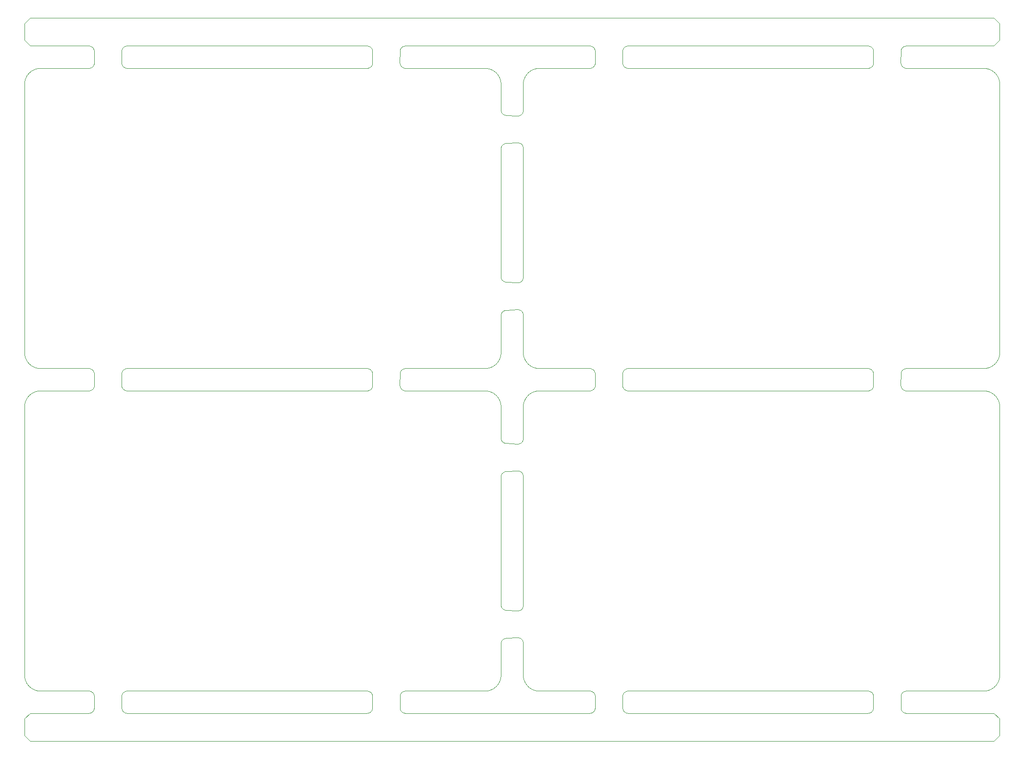
<source format=gko>
%MOIN*%
%OFA0B0*%
%FSLAX36Y36*%
%IPPOS*%
%LPD*%
%ADD10C,0*%
D10*
X003256692Y004762992D02*
X003256692Y004762992D01*
X002694979Y004762992D01*
X002691879Y004763114D01*
X002688798Y004763480D01*
X002685755Y004764087D01*
X002682770Y004764933D01*
X002679860Y004766010D01*
X002677045Y004767314D01*
X002674341Y004768835D01*
X002671765Y004770564D01*
X002669333Y004772491D01*
X002667060Y004774603D01*
X002664961Y004776888D01*
X002663048Y004779331D01*
X002661334Y004781917D01*
X002659828Y004784629D01*
X002658541Y004787453D01*
X002657480Y004790368D01*
X002656652Y004793358D01*
X002656062Y004796404D01*
X002655714Y004799487D01*
X002655609Y004802588D01*
X002656067Y004882116D01*
X002656205Y004885193D01*
X002656584Y004888249D01*
X002657200Y004891267D01*
X002658050Y004894228D01*
X002659129Y004897112D01*
X002660430Y004899904D01*
X002661945Y004902585D01*
X002663666Y004905140D01*
X002665580Y004907553D01*
X002667678Y004909808D01*
X002669945Y004911893D01*
X002672369Y004913794D01*
X002674933Y004915499D01*
X002677624Y004916999D01*
X002680423Y004918284D01*
X002683314Y004919346D01*
X002686279Y004920179D01*
X002689300Y004920778D01*
X002692359Y004921139D01*
X002695437Y004921259D01*
X003997476Y004921259D01*
X004000553Y004921139D01*
X004003612Y004920778D01*
X004006634Y004920179D01*
X004009599Y004919346D01*
X004012490Y004918284D01*
X004015289Y004916999D01*
X004017979Y004915499D01*
X004020544Y004913794D01*
X004022967Y004911893D01*
X004025234Y004909808D01*
X004027332Y004907553D01*
X004029247Y004905140D01*
X004030967Y004902585D01*
X004032483Y004899904D01*
X004033784Y004897112D01*
X004034863Y004894228D01*
X004035713Y004891267D01*
X004036329Y004888249D01*
X004036707Y004885193D01*
X004036845Y004882116D01*
X004037303Y004802588D01*
X004037198Y004799487D01*
X004036850Y004796404D01*
X004036260Y004793358D01*
X004035432Y004790368D01*
X004034371Y004787453D01*
X004033084Y004784629D01*
X004031579Y004781917D01*
X004029864Y004779331D01*
X004027951Y004776888D01*
X004025852Y004774603D01*
X004023580Y004772491D01*
X004021148Y004770564D01*
X004018572Y004768835D01*
X004015868Y004767314D01*
X004013052Y004766010D01*
X004010143Y004764933D01*
X004007157Y004764087D01*
X004004115Y004763480D01*
X004001034Y004763114D01*
X003997933Y004762992D01*
X003640944Y004762992D01*
X003638204Y004762960D01*
X003635468Y004762858D01*
X003632732Y004762692D01*
X003629999Y004762464D01*
X003627279Y004762165D01*
X003624562Y004761803D01*
X003621853Y004761374D01*
X003619161Y004760877D01*
X003616476Y004760322D01*
X003613810Y004759696D01*
X003611157Y004759007D01*
X003608523Y004758255D01*
X003605905Y004757440D01*
X003603310Y004756562D01*
X003600736Y004755622D01*
X003598188Y004754622D01*
X003595661Y004753558D01*
X003593165Y004752433D01*
X003590692Y004751248D01*
X003588251Y004750003D01*
X003585842Y004748700D01*
X003583464Y004747342D01*
X003581118Y004745925D01*
X003578807Y004744448D01*
X003576535Y004742921D01*
X003574299Y004741338D01*
X003572102Y004739700D01*
X003569944Y004738011D01*
X003567830Y004736267D01*
X003565755Y004734476D01*
X003563728Y004732633D01*
X003561744Y004730744D01*
X003559807Y004728807D01*
X003557917Y004726822D01*
X003556074Y004724795D01*
X003554283Y004722720D01*
X003552538Y004720606D01*
X003550850Y004718448D01*
X003549212Y004716252D01*
X003547629Y004714015D01*
X003546102Y004711744D01*
X003544625Y004709433D01*
X003543208Y004707086D01*
X003541850Y004704708D01*
X003540547Y004702299D01*
X003539303Y004699858D01*
X003538118Y004697385D01*
X003536992Y004694889D01*
X003535929Y004692362D01*
X003534929Y004689814D01*
X003533988Y004687240D01*
X003533109Y004684645D01*
X003532295Y004682027D01*
X003531543Y004679393D01*
X003530854Y004676740D01*
X003530228Y004674074D01*
X003529673Y004671389D01*
X003529177Y004668696D01*
X003528747Y004665988D01*
X003528385Y004663271D01*
X003528086Y004660551D01*
X003527858Y004657818D01*
X003527692Y004655082D01*
X003527590Y004652346D01*
X003527558Y004649606D01*
X003527558Y004464740D01*
X003527428Y004461538D01*
X003527038Y004458357D01*
X003526390Y004455218D01*
X003525489Y004452143D01*
X003524341Y004449151D01*
X003522953Y004446262D01*
X003521335Y004443496D01*
X003519497Y004440870D01*
X003517452Y004438403D01*
X003515213Y004436110D01*
X003512794Y004434007D01*
X003510213Y004432107D01*
X003507486Y004430424D01*
X003504631Y004428968D01*
X003501667Y004427749D01*
X003498614Y004426775D01*
X003495491Y004426053D01*
X003492320Y004425587D01*
X003489122Y004425381D01*
X003485918Y004425435D01*
X003407178Y004429984D01*
X003404214Y004430268D01*
X003401279Y004430775D01*
X003398392Y004431503D01*
X003395567Y004432447D01*
X003392822Y004433601D01*
X003390173Y004434960D01*
X003387633Y004436515D01*
X003385218Y004438258D01*
X003382942Y004440178D01*
X003380818Y004442264D01*
X003378857Y004444506D01*
X003377072Y004446889D01*
X003375471Y004449400D01*
X003374065Y004452025D01*
X003372862Y004454749D01*
X003371867Y004457555D01*
X003371088Y004460429D01*
X003370528Y004463354D01*
X003370191Y004466313D01*
X003370078Y004469289D01*
X003370078Y004649606D01*
X003370047Y004652346D01*
X003369945Y004655082D01*
X003369779Y004657818D01*
X003369551Y004660551D01*
X003369252Y004663271D01*
X003368889Y004665988D01*
X003368460Y004668696D01*
X003367964Y004671389D01*
X003367409Y004674074D01*
X003366783Y004676740D01*
X003366094Y004679393D01*
X003365342Y004682027D01*
X003364527Y004684645D01*
X003363649Y004687240D01*
X003362708Y004689814D01*
X003361708Y004692362D01*
X003360645Y004694889D01*
X003359519Y004697385D01*
X003358334Y004699858D01*
X003357090Y004702299D01*
X003355787Y004704708D01*
X003354429Y004707086D01*
X003353011Y004709433D01*
X003351535Y004711744D01*
X003350007Y004714015D01*
X003348425Y004716252D01*
X003346787Y004718448D01*
X003345098Y004720606D01*
X003343354Y004722720D01*
X003341563Y004724795D01*
X003339720Y004726822D01*
X003337830Y004728807D01*
X003335893Y004730744D01*
X003333909Y004732633D01*
X003331881Y004734476D01*
X003329807Y004736267D01*
X003327692Y004738011D01*
X003325535Y004739700D01*
X003323338Y004741338D01*
X003321102Y004742921D01*
X003318830Y004744448D01*
X003316519Y004745925D01*
X003314173Y004747342D01*
X003311795Y004748700D01*
X003309385Y004750003D01*
X003306944Y004751248D01*
X003304472Y004752433D01*
X003301976Y004753558D01*
X003299448Y004754622D01*
X003296901Y004755622D01*
X003294326Y004756562D01*
X003291732Y004757440D01*
X003289113Y004758255D01*
X003286480Y004759007D01*
X003283826Y004759696D01*
X003281161Y004760322D01*
X003278476Y004760877D01*
X003275782Y004761374D01*
X003273074Y004761803D01*
X003270358Y004762165D01*
X003267637Y004762464D01*
X003264905Y004762692D01*
X003262169Y004762858D01*
X003259432Y004762960D01*
X003256692Y004762992D01*
X003997933Y002479527D02*
X003997933Y002479527D01*
X003640944Y002479527D01*
X003638204Y002479496D01*
X003635468Y002479393D01*
X003632732Y002479228D01*
X003629999Y002478999D01*
X003627279Y002478700D01*
X003624562Y002478338D01*
X003621853Y002477909D01*
X003619161Y002477413D01*
X003616476Y002476858D01*
X003613810Y002476232D01*
X003611157Y002475543D01*
X003608523Y002474791D01*
X003605905Y002473976D01*
X003603310Y002473098D01*
X003600736Y002472157D01*
X003598188Y002471157D01*
X003595661Y002470094D01*
X003593165Y002468968D01*
X003590692Y002467783D01*
X003588251Y002466539D01*
X003585842Y002465236D01*
X003583464Y002463877D01*
X003581118Y002462460D01*
X003578807Y002460984D01*
X003576535Y002459456D01*
X003574299Y002457874D01*
X003572102Y002456236D01*
X003569944Y002454547D01*
X003567830Y002452803D01*
X003565755Y002451011D01*
X003563728Y002449169D01*
X003561744Y002447279D01*
X003559807Y002445342D01*
X003557917Y002443358D01*
X003556074Y002441330D01*
X003554283Y002439255D01*
X003552538Y002437141D01*
X003550850Y002434984D01*
X003549212Y002432787D01*
X003547629Y002430551D01*
X003546102Y002428279D01*
X003544625Y002425968D01*
X003543208Y002423622D01*
X003541850Y002421244D01*
X003540547Y002418834D01*
X003539303Y002416393D01*
X003538118Y002413921D01*
X003536992Y002411425D01*
X003535929Y002408897D01*
X003534929Y002406350D01*
X003533988Y002403775D01*
X003533109Y002401181D01*
X003532295Y002398562D01*
X003531543Y002395929D01*
X003530854Y002393275D01*
X003530228Y002390610D01*
X003529673Y002387925D01*
X003529177Y002385232D01*
X003528747Y002382523D01*
X003528385Y002379807D01*
X003528086Y002377086D01*
X003527858Y002374354D01*
X003527692Y002371618D01*
X003527590Y002368881D01*
X003527558Y002366141D01*
X003527558Y002141905D01*
X003527428Y002138703D01*
X003527038Y002135522D01*
X003526390Y002132384D01*
X003525489Y002129308D01*
X003524341Y002126316D01*
X003522953Y002123427D01*
X003521335Y002120661D01*
X003519497Y002118035D01*
X003517452Y002115568D01*
X003515213Y002113275D01*
X003512794Y002111172D01*
X003510213Y002109272D01*
X003507486Y002107589D01*
X003504631Y002106133D01*
X003501667Y002104914D01*
X003498614Y002103941D01*
X003495491Y002103219D01*
X003492320Y002102753D01*
X003489122Y002102546D01*
X003485918Y002102601D01*
X003407178Y002107149D01*
X003404214Y002107433D01*
X003401279Y002107941D01*
X003398392Y002108668D01*
X003395567Y002109612D01*
X003392822Y002110767D01*
X003390173Y002112125D01*
X003387633Y002113680D01*
X003385218Y002115423D01*
X003382942Y002117343D01*
X003380818Y002119430D01*
X003378857Y002121671D01*
X003377072Y002124054D01*
X003375471Y002126565D01*
X003374065Y002129190D01*
X003372862Y002131914D01*
X003371867Y002134721D01*
X003371088Y002137595D01*
X003370528Y002140520D01*
X003370191Y002143478D01*
X003370078Y002146454D01*
X003370078Y002366141D01*
X003370047Y002368881D01*
X003369945Y002371618D01*
X003369779Y002374354D01*
X003369551Y002377086D01*
X003369252Y002379807D01*
X003368889Y002382523D01*
X003368460Y002385232D01*
X003367964Y002387925D01*
X003367409Y002390610D01*
X003366783Y002393275D01*
X003366094Y002395929D01*
X003365342Y002398562D01*
X003364527Y002401181D01*
X003363649Y002403775D01*
X003362708Y002406350D01*
X003361708Y002408897D01*
X003360645Y002411425D01*
X003359519Y002413921D01*
X003358334Y002416393D01*
X003357090Y002418834D01*
X003355787Y002421244D01*
X003354429Y002423622D01*
X003353011Y002425968D01*
X003351535Y002428279D01*
X003350007Y002430551D01*
X003348425Y002432787D01*
X003346787Y002434984D01*
X003345098Y002437141D01*
X003343354Y002439255D01*
X003341563Y002441330D01*
X003339720Y002443358D01*
X003337830Y002445342D01*
X003335893Y002447279D01*
X003333909Y002449169D01*
X003331881Y002451011D01*
X003329807Y002452803D01*
X003327692Y002454547D01*
X003325535Y002456236D01*
X003323338Y002457874D01*
X003321102Y002459456D01*
X003318830Y002460984D01*
X003316519Y002462460D01*
X003314173Y002463877D01*
X003311795Y002465236D01*
X003309385Y002466539D01*
X003306944Y002467783D01*
X003304472Y002468968D01*
X003301976Y002470094D01*
X003299448Y002471157D01*
X003296901Y002472157D01*
X003294326Y002473098D01*
X003291732Y002473976D01*
X003289113Y002474791D01*
X003286480Y002475543D01*
X003283826Y002476232D01*
X003281161Y002476858D01*
X003278476Y002477413D01*
X003275782Y002477909D01*
X003273074Y002478338D01*
X003270358Y002478700D01*
X003267637Y002478999D01*
X003264905Y002479228D01*
X003262169Y002479393D01*
X003259432Y002479496D01*
X003256692Y002479527D01*
X002694979Y002479527D01*
X002691879Y002479649D01*
X002688798Y002480015D01*
X002685755Y002480623D01*
X002682770Y002481468D01*
X002679860Y002482546D01*
X002677045Y002483849D01*
X002674341Y002485370D01*
X002671765Y002487099D01*
X002669333Y002489026D01*
X002667060Y002491138D01*
X002664961Y002493423D01*
X002663048Y002495866D01*
X002661334Y002498452D01*
X002659828Y002501165D01*
X002658541Y002503988D01*
X002657480Y002506904D01*
X002656652Y002509894D01*
X002656062Y002512940D01*
X002655714Y002516023D01*
X002655609Y002519124D01*
X002656067Y002598651D01*
X002656205Y002601728D01*
X002656584Y002604785D01*
X002657200Y002607803D01*
X002658050Y002610763D01*
X002659129Y002613648D01*
X002660430Y002616440D01*
X002661945Y002619121D01*
X002663666Y002621676D01*
X002665580Y002624088D01*
X002667678Y002626344D01*
X002669945Y002628428D01*
X002672369Y002630329D01*
X002674933Y002632035D01*
X002677624Y002633534D01*
X002680423Y002634820D01*
X002683314Y002635882D01*
X002686279Y002636715D01*
X002689300Y002637314D01*
X002692359Y002637674D01*
X002695437Y002637795D01*
X003256692Y002637795D01*
X003259432Y002637826D01*
X003262169Y002637929D01*
X003264905Y002638094D01*
X003267637Y002638322D01*
X003270358Y002638622D01*
X003273074Y002638984D01*
X003275782Y002639413D01*
X003278476Y002639909D01*
X003281161Y002640464D01*
X003283826Y002641090D01*
X003286480Y002641779D01*
X003289113Y002642531D01*
X003291732Y002643346D01*
X003294326Y002644224D01*
X003296901Y002645165D01*
X003299448Y002646165D01*
X003301976Y002647228D01*
X003304472Y002648354D01*
X003306944Y002649539D01*
X003309385Y002650783D01*
X003311795Y002652086D01*
X003314173Y002653444D01*
X003316519Y002654862D01*
X003318830Y002656338D01*
X003321102Y002657866D01*
X003323338Y002659448D01*
X003325535Y002661086D01*
X003327692Y002662775D01*
X003329807Y002664519D01*
X003331881Y002666311D01*
X003333909Y002668153D01*
X003335893Y002670043D01*
X003337830Y002671980D01*
X003339720Y002673964D01*
X003341563Y002675992D01*
X003343354Y002678066D01*
X003345098Y002680181D01*
X003346787Y002682338D01*
X003348425Y002684535D01*
X003350007Y002686771D01*
X003351535Y002689043D01*
X003353011Y002691354D01*
X003354429Y002693700D01*
X003355787Y002696078D01*
X003357090Y002698488D01*
X003358334Y002700929D01*
X003359519Y002703401D01*
X003360645Y002705897D01*
X003361708Y002708425D01*
X003362708Y002710972D01*
X003363649Y002713547D01*
X003364527Y002716141D01*
X003365342Y002718759D01*
X003366094Y002721393D01*
X003366783Y002724047D01*
X003367409Y002726712D01*
X003367964Y002729397D01*
X003368460Y002732090D01*
X003368889Y002734799D01*
X003369252Y002737515D01*
X003369551Y002740236D01*
X003369779Y002742968D01*
X003369945Y002745704D01*
X003370047Y002748440D01*
X003370078Y002751181D01*
X003370078Y003011025D01*
X003370191Y003014001D01*
X003370528Y003016960D01*
X003371088Y003019884D01*
X003371867Y003022759D01*
X003372862Y003025565D01*
X003374065Y003028289D01*
X003375471Y003030914D01*
X003377072Y003033425D01*
X003378857Y003035808D01*
X003380818Y003038050D01*
X003382942Y003040136D01*
X003385218Y003042056D01*
X003387633Y003043799D01*
X003390173Y003045354D01*
X003392822Y003046713D01*
X003395567Y003047867D01*
X003398392Y003048811D01*
X003401279Y003049539D01*
X003404214Y003050046D01*
X003407178Y003050330D01*
X003485918Y003054878D01*
X003489122Y003054933D01*
X003492320Y003054727D01*
X003495491Y003054261D01*
X003498614Y003053539D01*
X003501667Y003052565D01*
X003504631Y003051346D01*
X003507486Y003049890D01*
X003510213Y003048207D01*
X003512794Y003046307D01*
X003515213Y003044204D01*
X003517452Y003041911D01*
X003519497Y003039444D01*
X003521335Y003036818D01*
X003522953Y003034052D01*
X003524341Y003031163D01*
X003525489Y003028171D01*
X003526390Y003025096D01*
X003527038Y003021957D01*
X003527428Y003018776D01*
X003527558Y003015574D01*
X003527558Y002751181D01*
X003527590Y002748440D01*
X003527692Y002745704D01*
X003527858Y002742968D01*
X003528086Y002740236D01*
X003528385Y002737515D01*
X003528747Y002734799D01*
X003529177Y002732090D01*
X003529673Y002729397D01*
X003530228Y002726712D01*
X003530854Y002724047D01*
X003531543Y002721393D01*
X003532295Y002718759D01*
X003533109Y002716141D01*
X003533988Y002713547D01*
X003534929Y002710972D01*
X003535929Y002708425D01*
X003536992Y002705897D01*
X003538118Y002703401D01*
X003539303Y002700929D01*
X003540547Y002698488D01*
X003541850Y002696078D01*
X003543208Y002693700D01*
X003544625Y002691354D01*
X003546102Y002689043D01*
X003547629Y002686771D01*
X003549212Y002684535D01*
X003550850Y002682338D01*
X003552538Y002680181D01*
X003554283Y002678066D01*
X003556074Y002675992D01*
X003557917Y002673964D01*
X003559807Y002671980D01*
X003561744Y002670043D01*
X003563728Y002668153D01*
X003565755Y002666311D01*
X003567830Y002664519D01*
X003569944Y002662775D01*
X003572102Y002661086D01*
X003574299Y002659448D01*
X003576535Y002657866D01*
X003578807Y002656338D01*
X003581118Y002654862D01*
X003583464Y002653444D01*
X003585842Y002652086D01*
X003588251Y002650783D01*
X003590692Y002649539D01*
X003593165Y002648354D01*
X003595661Y002647228D01*
X003598188Y002646165D01*
X003600736Y002645165D01*
X003603310Y002644224D01*
X003605905Y002643346D01*
X003608523Y002642531D01*
X003611157Y002641779D01*
X003613810Y002641090D01*
X003616476Y002640464D01*
X003619161Y002639909D01*
X003621853Y002639413D01*
X003624562Y002638984D01*
X003627279Y002638622D01*
X003629999Y002638322D01*
X003632732Y002638094D01*
X003635468Y002637929D01*
X003638204Y002637826D01*
X003640944Y002637795D01*
X003997476Y002637795D01*
X004000553Y002637674D01*
X004003612Y002637314D01*
X004006634Y002636715D01*
X004009599Y002635882D01*
X004012490Y002634820D01*
X004015289Y002633534D01*
X004017979Y002632035D01*
X004020544Y002630329D01*
X004022967Y002628428D01*
X004025234Y002626344D01*
X004027332Y002624088D01*
X004029247Y002621676D01*
X004030967Y002619121D01*
X004032483Y002616440D01*
X004033784Y002613648D01*
X004034863Y002610763D01*
X004035713Y002607803D01*
X004036329Y002604785D01*
X004036707Y002601728D01*
X004036845Y002598651D01*
X004037303Y002519124D01*
X004037198Y002516023D01*
X004036850Y002512940D01*
X004036260Y002509894D01*
X004035432Y002506904D01*
X004034371Y002503988D01*
X004033084Y002501165D01*
X004031579Y002498452D01*
X004029864Y002495866D01*
X004027951Y002493423D01*
X004025852Y002491138D01*
X004023580Y002489026D01*
X004021148Y002487099D01*
X004018572Y002485370D01*
X004015868Y002483849D01*
X004013052Y002482546D01*
X004010143Y002481468D01*
X004007157Y002480623D01*
X004004115Y002480015D01*
X004001034Y002479649D01*
X003997933Y002479527D01*
X004270240Y000196850D02*
X004270240Y000196850D01*
X004267151Y000196971D01*
X004264081Y000197335D01*
X004261049Y000197938D01*
X004258074Y000198777D01*
X004255173Y000199847D01*
X004252366Y000201141D01*
X004249669Y000202651D01*
X004247099Y000204369D01*
X004244671Y000206283D01*
X004242401Y000208381D01*
X004240302Y000210651D01*
X004238389Y000213079D01*
X004236671Y000215649D01*
X004235161Y000218346D01*
X004233867Y000221154D01*
X004232797Y000224054D01*
X004231957Y000227029D01*
X004231354Y000230061D01*
X004230991Y000233131D01*
X004230870Y000236220D01*
X004230870Y000314960D01*
X004230991Y000318049D01*
X004231354Y000321119D01*
X004231957Y000324151D01*
X004232797Y000327126D01*
X004233867Y000330026D01*
X004235161Y000332834D01*
X004236671Y000335531D01*
X004238389Y000338101D01*
X004240302Y000340529D01*
X004242401Y000342799D01*
X004244671Y000344897D01*
X004247099Y000346811D01*
X004249669Y000348529D01*
X004252366Y000350039D01*
X004255173Y000351333D01*
X004258074Y000352403D01*
X004261049Y000353242D01*
X004264081Y000353845D01*
X004267151Y000354209D01*
X004270240Y000354330D01*
X005965980Y000354330D01*
X005969069Y000354209D01*
X005972139Y000353845D01*
X005975171Y000353242D01*
X005978146Y000352403D01*
X005981046Y000351333D01*
X005983853Y000350039D01*
X005986551Y000348529D01*
X005989121Y000346811D01*
X005991549Y000344897D01*
X005993819Y000342799D01*
X005995917Y000340529D01*
X005997831Y000338101D01*
X005999548Y000335531D01*
X006001059Y000332834D01*
X006002353Y000330026D01*
X006003423Y000327126D01*
X006004262Y000324151D01*
X006004865Y000321119D01*
X006005228Y000318049D01*
X006005350Y000314960D01*
X006005350Y000236220D01*
X006005228Y000233131D01*
X006004865Y000230061D01*
X006004262Y000227029D01*
X006003423Y000224054D01*
X006002353Y000221154D01*
X006001059Y000218346D01*
X005999548Y000215649D01*
X005997831Y000213079D01*
X005995917Y000210651D01*
X005993819Y000208381D01*
X005991549Y000206283D01*
X005989121Y000204369D01*
X005986551Y000202651D01*
X005983853Y000201141D01*
X005981046Y000199847D01*
X005978146Y000198777D01*
X005975171Y000197938D01*
X005972139Y000197335D01*
X005969069Y000196971D01*
X005965980Y000196850D01*
X004270240Y000196850D01*
X002695437Y000196850D02*
X002695437Y000196850D01*
X002692348Y000196971D01*
X002689278Y000197335D01*
X002686246Y000197938D01*
X002683271Y000198777D01*
X002680370Y000199847D01*
X002677563Y000201141D01*
X002674866Y000202651D01*
X002672295Y000204369D01*
X002669868Y000206283D01*
X002667598Y000208381D01*
X002665499Y000210651D01*
X002663586Y000213079D01*
X002661868Y000215649D01*
X002660358Y000218346D01*
X002659063Y000221154D01*
X002657993Y000224054D01*
X002657154Y000227029D01*
X002656551Y000230061D01*
X002656188Y000233131D01*
X002656066Y000236220D01*
X002656066Y000314960D01*
X002656188Y000318049D01*
X002656551Y000321119D01*
X002657154Y000324151D01*
X002657993Y000327126D01*
X002659063Y000330026D01*
X002660358Y000332834D01*
X002661868Y000335531D01*
X002663586Y000338101D01*
X002665499Y000340529D01*
X002667598Y000342799D01*
X002669868Y000344897D01*
X002672295Y000346811D01*
X002674866Y000348529D01*
X002677563Y000350039D01*
X002680370Y000351333D01*
X002683271Y000352403D01*
X002686246Y000353242D01*
X002689278Y000353845D01*
X002692348Y000354209D01*
X002695437Y000354330D01*
X003256692Y000354330D01*
X003259432Y000354362D01*
X003262169Y000354464D01*
X003264905Y000354629D01*
X003267637Y000354858D01*
X003270358Y000355157D01*
X003273074Y000355519D01*
X003275782Y000355948D01*
X003278476Y000356444D01*
X003281161Y000357000D01*
X003283826Y000357625D01*
X003286480Y000358314D01*
X003289113Y000359066D01*
X003291732Y000359881D01*
X003294326Y000360759D01*
X003296901Y000361700D01*
X003299448Y000362700D01*
X003301976Y000363763D01*
X003304472Y000364889D01*
X003306944Y000366074D01*
X003309385Y000367318D01*
X003311795Y000368622D01*
X003314173Y000369980D01*
X003316519Y000371397D01*
X003318830Y000372874D01*
X003321102Y000374401D01*
X003323338Y000375984D01*
X003325535Y000377622D01*
X003327692Y000379310D01*
X003329807Y000381055D01*
X003331881Y000382846D01*
X003333909Y000384688D01*
X003335893Y000386578D01*
X003337830Y000388515D01*
X003339720Y000390499D01*
X003341563Y000392527D01*
X003343354Y000394601D01*
X003345098Y000396716D01*
X003346787Y000398874D01*
X003348425Y000401070D01*
X003350007Y000403307D01*
X003351535Y000405578D01*
X003353011Y000407889D01*
X003354429Y000410236D01*
X003355787Y000412614D01*
X003357090Y000415023D01*
X003358334Y000417464D01*
X003359519Y000419937D01*
X003360645Y000422433D01*
X003361708Y000424960D01*
X003362708Y000427507D01*
X003363649Y000430082D01*
X003364527Y000432677D01*
X003365342Y000435295D01*
X003366094Y000437929D01*
X003366783Y000440582D01*
X003367409Y000443248D01*
X003367964Y000445933D01*
X003368460Y000448625D01*
X003368889Y000451334D01*
X003369252Y000454051D01*
X003369551Y000456771D01*
X003369779Y000459503D01*
X003369945Y000462240D01*
X003370047Y000464976D01*
X003370078Y000467716D01*
X003370078Y000688191D01*
X003370191Y000691166D01*
X003370528Y000694125D01*
X003371088Y000697050D01*
X003371867Y000699924D01*
X003372862Y000702731D01*
X003374065Y000705455D01*
X003375471Y000708079D01*
X003377072Y000710591D01*
X003378857Y000712974D01*
X003380818Y000715215D01*
X003382942Y000717302D01*
X003385218Y000719222D01*
X003387633Y000720964D01*
X003390173Y000722519D01*
X003392822Y000723878D01*
X003395567Y000725033D01*
X003398392Y000725976D01*
X003401279Y000726704D01*
X003404214Y000727211D01*
X003407178Y000727495D01*
X003485918Y000732044D01*
X003489122Y000732098D01*
X003492320Y000731892D01*
X003495491Y000731426D01*
X003498614Y000730704D01*
X003501667Y000729730D01*
X003504631Y000728511D01*
X003507486Y000727056D01*
X003510213Y000725372D01*
X003512794Y000723473D01*
X003515213Y000721370D01*
X003517452Y000719077D01*
X003519497Y000716609D01*
X003521335Y000713984D01*
X003522953Y000711217D01*
X003524341Y000708329D01*
X003525489Y000705337D01*
X003526390Y000702261D01*
X003527038Y000699122D01*
X003527428Y000695941D01*
X003527558Y000692739D01*
X003527558Y000467716D01*
X003527590Y000464976D01*
X003527692Y000462240D01*
X003527858Y000459503D01*
X003528086Y000456771D01*
X003528385Y000454051D01*
X003528747Y000451334D01*
X003529177Y000448625D01*
X003529673Y000445933D01*
X003530228Y000443248D01*
X003530854Y000440582D01*
X003531543Y000437929D01*
X003532295Y000435295D01*
X003533109Y000432677D01*
X003533988Y000430082D01*
X003534929Y000427507D01*
X003535929Y000424960D01*
X003536992Y000422433D01*
X003538118Y000419937D01*
X003539303Y000417464D01*
X003540547Y000415023D01*
X003541850Y000412614D01*
X003543208Y000410236D01*
X003544625Y000407889D01*
X003546102Y000405578D01*
X003547629Y000403307D01*
X003549212Y000401070D01*
X003550850Y000398874D01*
X003552538Y000396716D01*
X003554283Y000394601D01*
X003556074Y000392527D01*
X003557917Y000390499D01*
X003559807Y000388515D01*
X003561744Y000386578D01*
X003563728Y000384688D01*
X003565755Y000382846D01*
X003567830Y000381055D01*
X003569944Y000379310D01*
X003572102Y000377622D01*
X003574299Y000375984D01*
X003576535Y000374401D01*
X003578807Y000372874D01*
X003581118Y000371397D01*
X003583464Y000369980D01*
X003585842Y000368622D01*
X003588251Y000367318D01*
X003590692Y000366074D01*
X003593165Y000364889D01*
X003595661Y000363763D01*
X003598188Y000362700D01*
X003600736Y000361700D01*
X003603310Y000360759D01*
X003605905Y000359881D01*
X003608523Y000359066D01*
X003611157Y000358314D01*
X003613810Y000357625D01*
X003616476Y000357000D01*
X003619161Y000356444D01*
X003621853Y000355948D01*
X003624562Y000355519D01*
X003627279Y000355157D01*
X003629999Y000354858D01*
X003632732Y000354629D01*
X003635468Y000354464D01*
X003638204Y000354362D01*
X003640944Y000354330D01*
X003997476Y000354330D01*
X004000565Y000354209D01*
X004003635Y000353845D01*
X004006667Y000353242D01*
X004009642Y000352403D01*
X004012542Y000351333D01*
X004015349Y000350039D01*
X004018047Y000348529D01*
X004020617Y000346811D01*
X004023045Y000344897D01*
X004025315Y000342799D01*
X004027413Y000340529D01*
X004029327Y000338101D01*
X004031044Y000335531D01*
X004032555Y000332834D01*
X004033849Y000330026D01*
X004034919Y000327126D01*
X004035758Y000324151D01*
X004036361Y000321119D01*
X004036725Y000318049D01*
X004036846Y000314960D01*
X004036846Y000236220D01*
X004036725Y000233131D01*
X004036361Y000230061D01*
X004035758Y000227029D01*
X004034919Y000224054D01*
X004033849Y000221154D01*
X004032555Y000218346D01*
X004031044Y000215649D01*
X004029327Y000213079D01*
X004027413Y000210651D01*
X004025315Y000208381D01*
X004023045Y000206283D01*
X004020617Y000204369D01*
X004018047Y000202651D01*
X004015349Y000201141D01*
X004012542Y000199847D01*
X004009642Y000198777D01*
X004006667Y000197938D01*
X004003635Y000197335D01*
X004000565Y000196971D01*
X003997476Y000196850D01*
X002695437Y000196850D01*
X000726933Y000196850D02*
X000726933Y000196850D01*
X000723844Y000196971D01*
X000720774Y000197335D01*
X000717742Y000197938D01*
X000714767Y000198777D01*
X000711866Y000199847D01*
X000709059Y000201141D01*
X000706362Y000202651D01*
X000703791Y000204369D01*
X000701364Y000206283D01*
X000699094Y000208381D01*
X000696995Y000210651D01*
X000695082Y000213079D01*
X000693364Y000215649D01*
X000691854Y000218346D01*
X000690559Y000221154D01*
X000689489Y000224054D01*
X000688650Y000227029D01*
X000688047Y000230061D01*
X000687684Y000233131D01*
X000687563Y000236220D01*
X000687563Y000314960D01*
X000687684Y000318049D01*
X000688047Y000321119D01*
X000688650Y000324151D01*
X000689489Y000327126D01*
X000690559Y000330026D01*
X000691854Y000332834D01*
X000693364Y000335531D01*
X000695082Y000338101D01*
X000696995Y000340529D01*
X000699094Y000342799D01*
X000701364Y000344897D01*
X000703791Y000346811D01*
X000706362Y000348529D01*
X000709059Y000350039D01*
X000711866Y000351333D01*
X000714767Y000352403D01*
X000717742Y000353242D01*
X000720774Y000353845D01*
X000723844Y000354209D01*
X000726933Y000354330D01*
X002422673Y000354330D01*
X002425762Y000354209D01*
X002428832Y000353845D01*
X002431863Y000353242D01*
X002434839Y000352403D01*
X002437739Y000351333D01*
X002440546Y000350039D01*
X002443243Y000348529D01*
X002445814Y000346811D01*
X002448241Y000344897D01*
X002450512Y000342799D01*
X002452610Y000340529D01*
X002454524Y000338101D01*
X002456241Y000335531D01*
X002457752Y000332834D01*
X002459046Y000330026D01*
X002460116Y000327126D01*
X002460955Y000324151D01*
X002461558Y000321119D01*
X002461921Y000318049D01*
X002462043Y000314960D01*
X002462043Y000236220D01*
X002461921Y000233131D01*
X002461558Y000230061D01*
X002460955Y000227029D01*
X002460116Y000224054D01*
X002459046Y000221154D01*
X002457752Y000218346D01*
X002456241Y000215649D01*
X002454524Y000213079D01*
X002452610Y000210651D01*
X002450512Y000208381D01*
X002448241Y000206283D01*
X002445814Y000204369D01*
X002443243Y000202651D01*
X002440546Y000201141D01*
X002437739Y000199847D01*
X002434839Y000198777D01*
X002431863Y000197938D01*
X002428832Y000197335D01*
X002425762Y000196971D01*
X002422673Y000196850D01*
X000726933Y000196850D01*
X003370078Y001869293D02*
X003370078Y001869293D01*
X003370191Y001872269D01*
X003370528Y001875227D01*
X003371088Y001878152D01*
X003371867Y001881026D01*
X003372862Y001883833D01*
X003374065Y001886557D01*
X003375471Y001889182D01*
X003377072Y001891693D01*
X003378857Y001894076D01*
X003380818Y001896317D01*
X003382942Y001898404D01*
X003385218Y001900324D01*
X003387633Y001902067D01*
X003390173Y001903622D01*
X003392822Y001904980D01*
X003395567Y001906135D01*
X003398392Y001907079D01*
X003401279Y001907806D01*
X003404214Y001908314D01*
X003407178Y001908598D01*
X003485918Y001913146D01*
X003489122Y001913201D01*
X003492320Y001912994D01*
X003495491Y001912528D01*
X003498614Y001911806D01*
X003501667Y001910833D01*
X003504631Y001909614D01*
X003507486Y001908158D01*
X003510213Y001906475D01*
X003512794Y001904575D01*
X003515213Y001902472D01*
X003517452Y001900179D01*
X003519497Y001897712D01*
X003521335Y001895086D01*
X003522953Y001892320D01*
X003524341Y001889431D01*
X003525489Y001886439D01*
X003526390Y001883363D01*
X003527038Y001880225D01*
X003527428Y001877044D01*
X003527558Y001873842D01*
X003527558Y000960803D01*
X003527428Y000957601D01*
X003527038Y000954420D01*
X003526390Y000951281D01*
X003525489Y000948206D01*
X003524341Y000945214D01*
X003522953Y000942325D01*
X003521335Y000939559D01*
X003519497Y000936933D01*
X003517452Y000934466D01*
X003515213Y000932173D01*
X003512794Y000930070D01*
X003510213Y000928170D01*
X003507486Y000926487D01*
X003504631Y000925031D01*
X003501667Y000923812D01*
X003498614Y000922838D01*
X003495491Y000922116D01*
X003492320Y000921650D01*
X003489122Y000921444D01*
X003485918Y000921498D01*
X003407178Y000926047D01*
X003404214Y000926331D01*
X003401279Y000926838D01*
X003398392Y000927566D01*
X003395567Y000928510D01*
X003392822Y000929664D01*
X003390173Y000931023D01*
X003387633Y000932578D01*
X003385218Y000934321D01*
X003382942Y000936241D01*
X003380818Y000938327D01*
X003378857Y000940569D01*
X003377072Y000942952D01*
X003375471Y000945463D01*
X003374065Y000948088D01*
X003372862Y000950812D01*
X003371867Y000953618D01*
X003371088Y000956492D01*
X003370528Y000959417D01*
X003370191Y000962376D01*
X003370078Y000965352D01*
X003370078Y001869293D01*
X004269782Y002479527D02*
X004269782Y002479527D01*
X004266682Y002479649D01*
X004263601Y002480015D01*
X004260558Y002480623D01*
X004257573Y002481468D01*
X004254663Y002482546D01*
X004251848Y002483849D01*
X004249144Y002485370D01*
X004246568Y002487099D01*
X004244136Y002489026D01*
X004241863Y002491138D01*
X004239764Y002493423D01*
X004237851Y002495866D01*
X004236137Y002498452D01*
X004234631Y002501165D01*
X004233344Y002503988D01*
X004232283Y002506904D01*
X004231455Y002509894D01*
X004230865Y002512940D01*
X004230517Y002516023D01*
X004230413Y002519124D01*
X004230870Y002598651D01*
X004231008Y002601728D01*
X004231387Y002604785D01*
X004232003Y002607803D01*
X004232853Y002610763D01*
X004233932Y002613648D01*
X004235233Y002616440D01*
X004236748Y002619121D01*
X004238469Y002621676D01*
X004240384Y002624088D01*
X004242481Y002626344D01*
X004244749Y002628428D01*
X004247172Y002630329D01*
X004249737Y002632035D01*
X004252427Y002633534D01*
X004255226Y002634820D01*
X004258117Y002635882D01*
X004261082Y002636715D01*
X004264103Y002637314D01*
X004267162Y002637674D01*
X004270240Y002637795D01*
X005965980Y002637795D01*
X005969057Y002637674D01*
X005972116Y002637314D01*
X005975137Y002636715D01*
X005978103Y002635882D01*
X005980994Y002634820D01*
X005983793Y002633534D01*
X005986483Y002632035D01*
X005989048Y002630329D01*
X005991471Y002628428D01*
X005993738Y002626344D01*
X005995836Y002624088D01*
X005997751Y002621676D01*
X005999471Y002619121D01*
X006000986Y002616440D01*
X006002288Y002613648D01*
X006003367Y002610763D01*
X006004217Y002607803D01*
X006004833Y002604785D01*
X006005211Y002601728D01*
X006005349Y002598651D01*
X006005807Y002519124D01*
X006005702Y002516023D01*
X006005354Y002512940D01*
X006004764Y002509894D01*
X006003936Y002506904D01*
X006002875Y002503988D01*
X006001588Y002501165D01*
X006000083Y002498452D01*
X005998368Y002495866D01*
X005996455Y002493423D01*
X005994356Y002491138D01*
X005992084Y002489026D01*
X005989652Y002487099D01*
X005987076Y002485370D01*
X005984372Y002483849D01*
X005981556Y002482546D01*
X005978647Y002481468D01*
X005975661Y002480623D01*
X005972619Y002480015D01*
X005969538Y002479649D01*
X005966437Y002479527D01*
X004269782Y002479527D01*
X000726475Y002479527D02*
X000726475Y002479527D01*
X000723375Y002479649D01*
X000720294Y002480015D01*
X000717251Y002480623D01*
X000714266Y002481468D01*
X000711356Y002482546D01*
X000708541Y002483849D01*
X000705837Y002485370D01*
X000703261Y002487099D01*
X000700829Y002489026D01*
X000698556Y002491138D01*
X000696457Y002493423D01*
X000694544Y002495866D01*
X000692830Y002498452D01*
X000691324Y002501165D01*
X000690037Y002503988D01*
X000688976Y002506904D01*
X000688148Y002509894D01*
X000687558Y002512940D01*
X000687210Y002516023D01*
X000687106Y002519124D01*
X000687563Y002598651D01*
X000687701Y002601728D01*
X000688080Y002604785D01*
X000688696Y002607803D01*
X000689546Y002610763D01*
X000690625Y002613648D01*
X000691926Y002616440D01*
X000693441Y002619121D01*
X000695162Y002621676D01*
X000697076Y002624088D01*
X000699174Y002626344D01*
X000701441Y002628428D01*
X000703865Y002630329D01*
X000706429Y002632035D01*
X000709120Y002633534D01*
X000711919Y002634820D01*
X000714810Y002635882D01*
X000717775Y002636715D01*
X000720796Y002637314D01*
X000723855Y002637674D01*
X000726933Y002637795D01*
X002422673Y002637795D01*
X002425750Y002637674D01*
X002428809Y002637314D01*
X002431830Y002636715D01*
X002434796Y002635882D01*
X002437687Y002634820D01*
X002440486Y002633534D01*
X002443176Y002632035D01*
X002445740Y002630329D01*
X002448164Y002628428D01*
X002450431Y002626344D01*
X002452529Y002624088D01*
X002454444Y002621676D01*
X002456164Y002619121D01*
X002457679Y002616440D01*
X002458981Y002613648D01*
X002460059Y002610763D01*
X002460910Y002607803D01*
X002461526Y002604785D01*
X002461904Y002601728D01*
X002462042Y002598651D01*
X002462500Y002519124D01*
X002462395Y002516023D01*
X002462047Y002512940D01*
X002461457Y002509894D01*
X002460629Y002506904D01*
X002459568Y002503988D01*
X002458281Y002501165D01*
X002456776Y002498452D01*
X002455061Y002495866D01*
X002453148Y002493423D01*
X002451049Y002491138D01*
X002448777Y002489026D01*
X002446345Y002487099D01*
X002443769Y002485370D01*
X002441064Y002483849D01*
X002438249Y002482546D01*
X002435339Y002481468D01*
X002432354Y002480623D01*
X002429312Y002480015D01*
X002426231Y002479649D01*
X002423130Y002479527D01*
X000726475Y002479527D01*
X003370078Y004192128D02*
X003370078Y004192128D01*
X003370191Y004195103D01*
X003370528Y004198062D01*
X003371088Y004200987D01*
X003371867Y004203861D01*
X003372862Y004206668D01*
X003374065Y004209392D01*
X003375471Y004212016D01*
X003377072Y004214528D01*
X003378857Y004216911D01*
X003380818Y004219152D01*
X003382942Y004221239D01*
X003385218Y004223159D01*
X003387633Y004224901D01*
X003390173Y004226456D01*
X003392822Y004227815D01*
X003395567Y004228970D01*
X003398392Y004229913D01*
X003401279Y004230641D01*
X003404214Y004231148D01*
X003407178Y004231432D01*
X003485918Y004235981D01*
X003489122Y004236035D01*
X003492320Y004235829D01*
X003495491Y004235363D01*
X003498614Y004234641D01*
X003501667Y004233667D01*
X003504631Y004232448D01*
X003507486Y004230993D01*
X003510213Y004229309D01*
X003512794Y004227410D01*
X003515213Y004225307D01*
X003517452Y004223014D01*
X003519497Y004220546D01*
X003521335Y004217921D01*
X003522953Y004215154D01*
X003524341Y004212266D01*
X003525489Y004209274D01*
X003526390Y004206198D01*
X003527038Y004203059D01*
X003527428Y004199878D01*
X003527558Y004196676D01*
X003527558Y003283638D01*
X003527428Y003280436D01*
X003527038Y003277255D01*
X003526390Y003274116D01*
X003525489Y003271040D01*
X003524341Y003268048D01*
X003522953Y003265160D01*
X003521335Y003262393D01*
X003519497Y003259768D01*
X003517452Y003257300D01*
X003515213Y003255007D01*
X003512794Y003252904D01*
X003510213Y003251005D01*
X003507486Y003249321D01*
X003504631Y003247866D01*
X003501667Y003246647D01*
X003498614Y003245673D01*
X003495491Y003244951D01*
X003492320Y003244485D01*
X003489122Y003244279D01*
X003485918Y003244333D01*
X003407178Y003248882D01*
X003404214Y003249166D01*
X003401279Y003249673D01*
X003398392Y003250401D01*
X003395567Y003251344D01*
X003392822Y003252499D01*
X003390173Y003253858D01*
X003387633Y003255413D01*
X003385218Y003257155D01*
X003382942Y003259075D01*
X003380818Y003261162D01*
X003378857Y003263403D01*
X003377072Y003265786D01*
X003375471Y003268297D01*
X003374065Y003270922D01*
X003372862Y003273646D01*
X003371867Y003276453D01*
X003371088Y003279327D01*
X003370528Y003282252D01*
X003370191Y003285211D01*
X003370078Y003288186D01*
X003370078Y004192128D01*
X004269782Y004762992D02*
X004269782Y004762992D01*
X004266682Y004763114D01*
X004263601Y004763480D01*
X004260558Y004764087D01*
X004257573Y004764933D01*
X004254663Y004766010D01*
X004251848Y004767314D01*
X004249144Y004768835D01*
X004246568Y004770564D01*
X004244136Y004772491D01*
X004241863Y004774603D01*
X004239764Y004776888D01*
X004237851Y004779331D01*
X004236137Y004781917D01*
X004234631Y004784629D01*
X004233344Y004787453D01*
X004232283Y004790368D01*
X004231455Y004793358D01*
X004230865Y004796404D01*
X004230517Y004799487D01*
X004230413Y004802588D01*
X004230870Y004882116D01*
X004231008Y004885193D01*
X004231387Y004888249D01*
X004232003Y004891267D01*
X004232853Y004894228D01*
X004233932Y004897112D01*
X004235233Y004899904D01*
X004236748Y004902585D01*
X004238469Y004905140D01*
X004240384Y004907553D01*
X004242481Y004909808D01*
X004244749Y004911893D01*
X004247172Y004913794D01*
X004249737Y004915499D01*
X004252427Y004916999D01*
X004255226Y004918284D01*
X004258117Y004919346D01*
X004261082Y004920179D01*
X004264103Y004920778D01*
X004267162Y004921139D01*
X004270240Y004921259D01*
X005965980Y004921259D01*
X005969057Y004921139D01*
X005972116Y004920778D01*
X005975137Y004920179D01*
X005978103Y004919346D01*
X005980994Y004918284D01*
X005983793Y004916999D01*
X005986483Y004915499D01*
X005989048Y004913794D01*
X005991471Y004911893D01*
X005993738Y004909808D01*
X005995836Y004907553D01*
X005997751Y004905140D01*
X005999471Y004902585D01*
X006000986Y004899904D01*
X006002288Y004897112D01*
X006003367Y004894228D01*
X006004217Y004891267D01*
X006004833Y004888249D01*
X006005211Y004885193D01*
X006005349Y004882116D01*
X006005807Y004802588D01*
X006005702Y004799487D01*
X006005354Y004796404D01*
X006004764Y004793358D01*
X006003936Y004790368D01*
X006002875Y004787453D01*
X006001588Y004784629D01*
X006000083Y004781917D01*
X005998368Y004779331D01*
X005996455Y004776888D01*
X005994356Y004774603D01*
X005992084Y004772491D01*
X005989652Y004770564D01*
X005987076Y004768835D01*
X005984372Y004767314D01*
X005981556Y004766010D01*
X005978647Y004764933D01*
X005975661Y004764087D01*
X005972619Y004763480D01*
X005969538Y004763114D01*
X005966437Y004762992D01*
X004269782Y004762992D01*
X000726475Y004762992D02*
X000726475Y004762992D01*
X000723375Y004763114D01*
X000720294Y004763480D01*
X000717251Y004764087D01*
X000714266Y004764933D01*
X000711356Y004766010D01*
X000708541Y004767314D01*
X000705837Y004768835D01*
X000703261Y004770564D01*
X000700829Y004772491D01*
X000698556Y004774603D01*
X000696457Y004776888D01*
X000694544Y004779331D01*
X000692830Y004781917D01*
X000691324Y004784629D01*
X000690037Y004787453D01*
X000688976Y004790368D01*
X000688148Y004793358D01*
X000687558Y004796404D01*
X000687210Y004799487D01*
X000687106Y004802588D01*
X000687563Y004882116D01*
X000687701Y004885193D01*
X000688080Y004888249D01*
X000688696Y004891267D01*
X000689546Y004894228D01*
X000690625Y004897112D01*
X000691926Y004899904D01*
X000693441Y004902585D01*
X000695162Y004905140D01*
X000697076Y004907553D01*
X000699174Y004909808D01*
X000701441Y004911893D01*
X000703865Y004913794D01*
X000706429Y004915499D01*
X000709120Y004916999D01*
X000711919Y004918284D01*
X000714810Y004919346D01*
X000717775Y004920179D01*
X000720796Y004920778D01*
X000723855Y004921139D01*
X000726933Y004921259D01*
X002422673Y004921259D01*
X002425750Y004921139D01*
X002428809Y004920778D01*
X002431830Y004920179D01*
X002434796Y004919346D01*
X002437687Y004918284D01*
X002440486Y004916999D01*
X002443176Y004915499D01*
X002445740Y004913794D01*
X002448164Y004911893D01*
X002450431Y004909808D01*
X002452529Y004907553D01*
X002454444Y004905140D01*
X002456164Y004902585D01*
X002457679Y004899904D01*
X002458981Y004897112D01*
X002460059Y004894228D01*
X002460910Y004891267D01*
X002461526Y004888249D01*
X002461904Y004885193D01*
X002462042Y004882116D01*
X002462500Y004802588D01*
X002462395Y004799487D01*
X002462047Y004796404D01*
X002461457Y004793358D01*
X002460629Y004790368D01*
X002459568Y004787453D01*
X002458281Y004784629D01*
X002456776Y004781917D01*
X002455061Y004779331D01*
X002453148Y004776888D01*
X002451049Y004774603D01*
X002448777Y004772491D01*
X002446345Y004770564D01*
X002443769Y004768835D01*
X002441064Y004767314D01*
X002438249Y004766010D01*
X002435339Y004764933D01*
X002432354Y004764087D01*
X002429312Y004763480D01*
X002426231Y004763114D01*
X002423130Y004762992D01*
X000726475Y004762992D01*
X000454169Y004921259D02*
X000454169Y004921259D01*
X000457246Y004921139D01*
X000460305Y004920778D01*
X000463326Y004920179D01*
X000466292Y004919346D01*
X000469183Y004918284D01*
X000471982Y004916999D01*
X000474672Y004915499D01*
X000477237Y004913794D01*
X000479660Y004911893D01*
X000481927Y004909808D01*
X000484025Y004907553D01*
X000485940Y004905140D01*
X000487660Y004902585D01*
X000489175Y004899904D01*
X000490477Y004897112D01*
X000491555Y004894228D01*
X000492406Y004891267D01*
X000493022Y004888249D01*
X000493400Y004885193D01*
X000493538Y004882116D01*
X000493996Y004802588D01*
X000493891Y004799487D01*
X000493543Y004796404D01*
X000492953Y004793358D01*
X000492125Y004790368D01*
X000491064Y004787453D01*
X000489777Y004784629D01*
X000488272Y004781917D01*
X000486557Y004779331D01*
X000484644Y004776888D01*
X000482545Y004774603D01*
X000480273Y004772491D01*
X000477841Y004770564D01*
X000475265Y004768835D01*
X000472561Y004767314D01*
X000469745Y004766010D01*
X000466835Y004764933D01*
X000463850Y004764087D01*
X000460808Y004763480D01*
X000457727Y004763114D01*
X000454626Y004762992D01*
X000113385Y004762992D01*
X000110645Y004762960D01*
X000107909Y004762858D01*
X000105173Y004762692D01*
X000102440Y004762464D01*
X000099720Y004762165D01*
X000097003Y004761803D01*
X000094294Y004761374D01*
X000091602Y004760877D01*
X000088917Y004760322D01*
X000086251Y004759696D01*
X000083598Y004759007D01*
X000080964Y004758255D01*
X000078346Y004757440D01*
X000075751Y004756562D01*
X000073177Y004755622D01*
X000070629Y004754622D01*
X000068102Y004753558D01*
X000065606Y004752433D01*
X000063133Y004751248D01*
X000060692Y004750003D01*
X000058283Y004748700D01*
X000055905Y004747342D01*
X000053559Y004745925D01*
X000051248Y004744448D01*
X000048976Y004742921D01*
X000046740Y004741338D01*
X000044543Y004739700D01*
X000042385Y004738011D01*
X000040271Y004736267D01*
X000038196Y004734476D01*
X000036169Y004732633D01*
X000034185Y004730744D01*
X000032248Y004728807D01*
X000030358Y004726822D01*
X000028515Y004724795D01*
X000026724Y004722720D01*
X000024979Y004720606D01*
X000023291Y004718448D01*
X000021653Y004716252D01*
X000020070Y004714015D01*
X000018543Y004711744D01*
X000017066Y004709433D01*
X000015649Y004707086D01*
X000014291Y004704708D01*
X000012988Y004702299D01*
X000011744Y004699858D01*
X000010559Y004697385D01*
X000009433Y004694889D01*
X000008370Y004692362D01*
X000007370Y004689814D01*
X000006429Y004687240D01*
X000005550Y004684645D01*
X000004736Y004682027D01*
X000003984Y004679393D01*
X000003295Y004676740D01*
X000002669Y004674074D01*
X000002114Y004671389D01*
X000001618Y004668696D01*
X000001188Y004665988D01*
X000000826Y004663271D01*
X000000527Y004660551D01*
X000000299Y004657818D01*
X000000133Y004655082D01*
X000000031Y004652346D01*
X000000000Y004649606D01*
X000000000Y002751181D01*
X000000031Y002748440D01*
X000000133Y002745704D01*
X000000299Y002742968D01*
X000000527Y002740236D01*
X000000826Y002737515D01*
X000001188Y002734799D01*
X000001618Y002732090D01*
X000002114Y002729397D01*
X000002669Y002726712D01*
X000003295Y002724047D01*
X000003984Y002721393D01*
X000004736Y002718759D01*
X000005550Y002716141D01*
X000006429Y002713547D01*
X000007370Y002710972D01*
X000008370Y002708425D01*
X000009433Y002705897D01*
X000010559Y002703401D01*
X000011744Y002700929D01*
X000012988Y002698488D01*
X000014291Y002696078D01*
X000015649Y002693700D01*
X000017066Y002691354D01*
X000018543Y002689043D01*
X000020070Y002686771D01*
X000021653Y002684535D01*
X000023291Y002682338D01*
X000024979Y002680181D01*
X000026724Y002678066D01*
X000028515Y002675992D01*
X000030358Y002673964D01*
X000032248Y002671980D01*
X000034185Y002670043D01*
X000036169Y002668153D01*
X000038196Y002666311D01*
X000040271Y002664519D01*
X000042385Y002662775D01*
X000044543Y002661086D01*
X000046740Y002659448D01*
X000048976Y002657866D01*
X000051248Y002656338D01*
X000053559Y002654862D01*
X000055905Y002653444D01*
X000058283Y002652086D01*
X000060692Y002650783D01*
X000063133Y002649539D01*
X000065606Y002648354D01*
X000068102Y002647228D01*
X000070629Y002646165D01*
X000073177Y002645165D01*
X000075751Y002644224D01*
X000078346Y002643346D01*
X000080964Y002642531D01*
X000083598Y002641779D01*
X000086251Y002641090D01*
X000088917Y002640464D01*
X000091602Y002639909D01*
X000094294Y002639413D01*
X000097003Y002638984D01*
X000099720Y002638622D01*
X000102440Y002638322D01*
X000105173Y002638094D01*
X000107909Y002637929D01*
X000110645Y002637826D01*
X000113385Y002637795D01*
X000454169Y002637795D01*
X000457246Y002637674D01*
X000460305Y002637314D01*
X000463326Y002636715D01*
X000466292Y002635882D01*
X000469183Y002634820D01*
X000471982Y002633534D01*
X000474672Y002632035D01*
X000477237Y002630329D01*
X000479660Y002628428D01*
X000481927Y002626344D01*
X000484025Y002624088D01*
X000485940Y002621676D01*
X000487660Y002619121D01*
X000489175Y002616440D01*
X000490477Y002613648D01*
X000491555Y002610763D01*
X000492406Y002607803D01*
X000493022Y002604785D01*
X000493400Y002601728D01*
X000493538Y002598651D01*
X000493996Y002519124D01*
X000493891Y002516023D01*
X000493543Y002512940D01*
X000492953Y002509894D01*
X000492125Y002506904D01*
X000491064Y002503988D01*
X000489777Y002501165D01*
X000488272Y002498452D01*
X000486557Y002495866D01*
X000484644Y002493423D01*
X000482545Y002491138D01*
X000480273Y002489026D01*
X000477841Y002487099D01*
X000475265Y002485370D01*
X000472561Y002483849D01*
X000469745Y002482546D01*
X000466835Y002481468D01*
X000463850Y002480623D01*
X000460808Y002480015D01*
X000457727Y002479649D01*
X000454626Y002479527D01*
X000113385Y002479527D01*
X000110645Y002479496D01*
X000107909Y002479393D01*
X000105173Y002479228D01*
X000102440Y002478999D01*
X000099720Y002478700D01*
X000097003Y002478338D01*
X000094294Y002477909D01*
X000091602Y002477413D01*
X000088917Y002476858D01*
X000086251Y002476232D01*
X000083598Y002475543D01*
X000080964Y002474791D01*
X000078346Y002473976D01*
X000075751Y002473098D01*
X000073177Y002472157D01*
X000070629Y002471157D01*
X000068102Y002470094D01*
X000065606Y002468968D01*
X000063133Y002467783D01*
X000060692Y002466539D01*
X000058283Y002465236D01*
X000055905Y002463877D01*
X000053559Y002462460D01*
X000051248Y002460984D01*
X000048976Y002459456D01*
X000046740Y002457874D01*
X000044543Y002456236D01*
X000042385Y002454547D01*
X000040271Y002452803D01*
X000038196Y002451011D01*
X000036169Y002449169D01*
X000034185Y002447279D01*
X000032248Y002445342D01*
X000030358Y002443358D01*
X000028515Y002441330D01*
X000026724Y002439255D01*
X000024979Y002437141D01*
X000023291Y002434984D01*
X000021653Y002432787D01*
X000020070Y002430551D01*
X000018543Y002428279D01*
X000017066Y002425968D01*
X000015649Y002423622D01*
X000014291Y002421244D01*
X000012988Y002418834D01*
X000011744Y002416393D01*
X000010559Y002413921D01*
X000009433Y002411425D01*
X000008370Y002408897D01*
X000007370Y002406350D01*
X000006429Y002403775D01*
X000005550Y002401181D01*
X000004736Y002398562D01*
X000003984Y002395929D01*
X000003295Y002393275D01*
X000002669Y002390610D01*
X000002114Y002387925D01*
X000001618Y002385232D01*
X000001188Y002382523D01*
X000000826Y002379807D01*
X000000527Y002377086D01*
X000000299Y002374354D01*
X000000133Y002371618D01*
X000000031Y002368881D01*
X000000000Y002366141D01*
X000000000Y000467716D01*
X000000031Y000464976D01*
X000000133Y000462240D01*
X000000299Y000459503D01*
X000000527Y000456771D01*
X000000826Y000454051D01*
X000001188Y000451334D01*
X000001618Y000448625D01*
X000002114Y000445933D01*
X000002669Y000443248D01*
X000003295Y000440582D01*
X000003984Y000437929D01*
X000004736Y000435295D01*
X000005550Y000432677D01*
X000006429Y000430082D01*
X000007370Y000427507D01*
X000008370Y000424960D01*
X000009433Y000422433D01*
X000010559Y000419937D01*
X000011744Y000417464D01*
X000012988Y000415023D01*
X000014291Y000412614D01*
X000015649Y000410236D01*
X000017066Y000407889D01*
X000018543Y000405578D01*
X000020070Y000403307D01*
X000021653Y000401070D01*
X000023291Y000398874D01*
X000024979Y000396716D01*
X000026724Y000394601D01*
X000028515Y000392527D01*
X000030358Y000390499D01*
X000032248Y000388515D01*
X000034185Y000386578D01*
X000036169Y000384688D01*
X000038196Y000382846D01*
X000040271Y000381055D01*
X000042385Y000379310D01*
X000044543Y000377622D01*
X000046740Y000375984D01*
X000048976Y000374401D01*
X000051248Y000372874D01*
X000053559Y000371397D01*
X000055905Y000369980D01*
X000058283Y000368622D01*
X000060692Y000367318D01*
X000063133Y000366074D01*
X000065606Y000364889D01*
X000068102Y000363763D01*
X000070629Y000362700D01*
X000073177Y000361700D01*
X000075751Y000360759D01*
X000078346Y000359881D01*
X000080964Y000359066D01*
X000083598Y000358314D01*
X000086251Y000357625D01*
X000088917Y000357000D01*
X000091602Y000356444D01*
X000094294Y000355948D01*
X000097003Y000355519D01*
X000099720Y000355157D01*
X000102440Y000354858D01*
X000105173Y000354629D01*
X000107909Y000354464D01*
X000110645Y000354362D01*
X000113385Y000354330D01*
X000454169Y000354330D01*
X000457258Y000354209D01*
X000460328Y000353845D01*
X000463359Y000353242D01*
X000466335Y000352403D01*
X000469235Y000351333D01*
X000472042Y000350039D01*
X000474740Y000348529D01*
X000477310Y000346811D01*
X000479738Y000344897D01*
X000482008Y000342799D01*
X000484106Y000340529D01*
X000486020Y000338101D01*
X000487737Y000335531D01*
X000489248Y000332834D01*
X000490542Y000330026D01*
X000491612Y000327126D01*
X000492451Y000324151D01*
X000493054Y000321119D01*
X000493417Y000318049D01*
X000493539Y000314960D01*
X000493539Y000236220D01*
X000493417Y000233131D01*
X000493054Y000230061D01*
X000492451Y000227029D01*
X000491612Y000224054D01*
X000490542Y000221154D01*
X000489248Y000218346D01*
X000487737Y000215649D01*
X000486020Y000213079D01*
X000484106Y000210651D01*
X000482008Y000208381D01*
X000479738Y000206283D01*
X000477310Y000204369D01*
X000474740Y000202651D01*
X000472042Y000201141D01*
X000469235Y000199847D01*
X000466335Y000198777D01*
X000463359Y000197938D01*
X000460328Y000197335D01*
X000457258Y000196971D01*
X000454169Y000196850D01*
X000039370Y000196850D01*
X000000000Y000157480D01*
X000000000Y000039370D01*
X000039370Y000000000D01*
X006858267Y000000000D01*
X006897637Y000039370D01*
X006897637Y000157480D01*
X006858267Y000196850D01*
X006238744Y000196850D01*
X006235655Y000196971D01*
X006232585Y000197335D01*
X006229553Y000197938D01*
X006226578Y000198777D01*
X006223677Y000199847D01*
X006220870Y000201141D01*
X006218173Y000202651D01*
X006215603Y000204369D01*
X006213175Y000206283D01*
X006210905Y000208381D01*
X006208806Y000210651D01*
X006206893Y000213079D01*
X006205175Y000215649D01*
X006203665Y000218346D01*
X006202370Y000221154D01*
X006201300Y000224054D01*
X006200461Y000227029D01*
X006199858Y000230061D01*
X006199495Y000233131D01*
X006199374Y000236220D01*
X006199374Y000314960D01*
X006199495Y000318049D01*
X006199858Y000321119D01*
X006200461Y000324151D01*
X006201300Y000327126D01*
X006202370Y000330026D01*
X006203665Y000332834D01*
X006205175Y000335531D01*
X006206893Y000338101D01*
X006208806Y000340529D01*
X006210905Y000342799D01*
X006213175Y000344897D01*
X006215603Y000346811D01*
X006218173Y000348529D01*
X006220870Y000350039D01*
X006223677Y000351333D01*
X006226578Y000352403D01*
X006229553Y000353242D01*
X006232585Y000353845D01*
X006235655Y000354209D01*
X006238744Y000354330D01*
X006784251Y000354330D01*
X006786991Y000354362D01*
X006789728Y000354464D01*
X006792464Y000354629D01*
X006795196Y000354858D01*
X006797917Y000355157D01*
X006800633Y000355519D01*
X006803341Y000355948D01*
X006806035Y000356444D01*
X006808720Y000357000D01*
X006811385Y000357625D01*
X006814039Y000358314D01*
X006816672Y000359066D01*
X006819291Y000359881D01*
X006821885Y000360759D01*
X006824460Y000361700D01*
X006827007Y000362700D01*
X006829535Y000363763D01*
X006832031Y000364889D01*
X006834503Y000366074D01*
X006836944Y000367318D01*
X006839354Y000368622D01*
X006841732Y000369980D01*
X006844078Y000371397D01*
X006846389Y000372874D01*
X006848661Y000374401D01*
X006850897Y000375984D01*
X006853094Y000377622D01*
X006855251Y000379310D01*
X006857366Y000381055D01*
X006859440Y000382846D01*
X006861468Y000384688D01*
X006863452Y000386578D01*
X006865389Y000388515D01*
X006867279Y000390499D01*
X006869122Y000392527D01*
X006870913Y000394601D01*
X006872657Y000396716D01*
X006874346Y000398874D01*
X006875984Y000401070D01*
X006877566Y000403307D01*
X006879094Y000405578D01*
X006880570Y000407889D01*
X006881988Y000410236D01*
X006883346Y000412614D01*
X006884649Y000415023D01*
X006885893Y000417464D01*
X006887078Y000419937D01*
X006888204Y000422433D01*
X006889267Y000424960D01*
X006890267Y000427507D01*
X006891208Y000430082D01*
X006892086Y000432677D01*
X006892901Y000435295D01*
X006893653Y000437929D01*
X006894342Y000440582D01*
X006894968Y000443248D01*
X006895523Y000445933D01*
X006896019Y000448625D01*
X006896448Y000451334D01*
X006896811Y000454051D01*
X006897110Y000456771D01*
X006897338Y000459503D01*
X006897504Y000462240D01*
X006897606Y000464976D01*
X006897637Y000467716D01*
X006897637Y002366141D01*
X006897606Y002368881D01*
X006897504Y002371618D01*
X006897338Y002374354D01*
X006897110Y002377086D01*
X006896811Y002379807D01*
X006896448Y002382523D01*
X006896019Y002385232D01*
X006895523Y002387925D01*
X006894968Y002390610D01*
X006894342Y002393275D01*
X006893653Y002395929D01*
X006892901Y002398562D01*
X006892086Y002401181D01*
X006891208Y002403775D01*
X006890267Y002406350D01*
X006889267Y002408897D01*
X006888204Y002411425D01*
X006887078Y002413921D01*
X006885893Y002416393D01*
X006884649Y002418834D01*
X006883346Y002421244D01*
X006881988Y002423622D01*
X006880570Y002425968D01*
X006879094Y002428279D01*
X006877566Y002430551D01*
X006875984Y002432787D01*
X006874346Y002434984D01*
X006872657Y002437141D01*
X006870913Y002439255D01*
X006869122Y002441330D01*
X006867279Y002443358D01*
X006865389Y002445342D01*
X006863452Y002447279D01*
X006861468Y002449169D01*
X006859440Y002451011D01*
X006857366Y002452803D01*
X006855251Y002454547D01*
X006853094Y002456236D01*
X006850897Y002457874D01*
X006848661Y002459456D01*
X006846389Y002460984D01*
X006844078Y002462460D01*
X006841732Y002463877D01*
X006839354Y002465236D01*
X006836944Y002466539D01*
X006834503Y002467783D01*
X006832031Y002468968D01*
X006829535Y002470094D01*
X006827007Y002471157D01*
X006824460Y002472157D01*
X006821885Y002473098D01*
X006819291Y002473976D01*
X006816672Y002474791D01*
X006814039Y002475543D01*
X006811385Y002476232D01*
X006808720Y002476858D01*
X006806035Y002477413D01*
X006803341Y002477909D01*
X006800633Y002478338D01*
X006797917Y002478700D01*
X006795196Y002478999D01*
X006792464Y002479228D01*
X006789728Y002479393D01*
X006786991Y002479496D01*
X006784251Y002479527D01*
X006238286Y002479527D01*
X006235186Y002479649D01*
X006232105Y002480015D01*
X006229062Y002480623D01*
X006226077Y002481468D01*
X006223167Y002482546D01*
X006220352Y002483849D01*
X006217648Y002485370D01*
X006215072Y002487099D01*
X006212640Y002489026D01*
X006210367Y002491138D01*
X006208268Y002493423D01*
X006206355Y002495866D01*
X006204641Y002498452D01*
X006203135Y002501165D01*
X006201848Y002503988D01*
X006200787Y002506904D01*
X006199959Y002509894D01*
X006199369Y002512940D01*
X006199021Y002516023D01*
X006198917Y002519124D01*
X006199374Y002598651D01*
X006199512Y002601728D01*
X006199891Y002604785D01*
X006200507Y002607803D01*
X006201357Y002610763D01*
X006202436Y002613648D01*
X006203737Y002616440D01*
X006205252Y002619121D01*
X006206973Y002621676D01*
X006208887Y002624088D01*
X006210985Y002626344D01*
X006213252Y002628428D01*
X006215676Y002630329D01*
X006218241Y002632035D01*
X006220931Y002633534D01*
X006223730Y002634820D01*
X006226621Y002635882D01*
X006229586Y002636715D01*
X006232607Y002637314D01*
X006235666Y002637674D01*
X006238744Y002637795D01*
X006784251Y002637795D01*
X006786991Y002637826D01*
X006789728Y002637929D01*
X006792464Y002638094D01*
X006795196Y002638322D01*
X006797917Y002638622D01*
X006800633Y002638984D01*
X006803341Y002639413D01*
X006806035Y002639909D01*
X006808720Y002640464D01*
X006811385Y002641090D01*
X006814039Y002641779D01*
X006816672Y002642531D01*
X006819291Y002643346D01*
X006821885Y002644224D01*
X006824460Y002645165D01*
X006827007Y002646165D01*
X006829535Y002647228D01*
X006832031Y002648354D01*
X006834503Y002649539D01*
X006836944Y002650783D01*
X006839354Y002652086D01*
X006841732Y002653444D01*
X006844078Y002654862D01*
X006846389Y002656338D01*
X006848661Y002657866D01*
X006850897Y002659448D01*
X006853094Y002661086D01*
X006855251Y002662775D01*
X006857366Y002664519D01*
X006859440Y002666311D01*
X006861468Y002668153D01*
X006863452Y002670043D01*
X006865389Y002671980D01*
X006867279Y002673964D01*
X006869122Y002675992D01*
X006870913Y002678066D01*
X006872657Y002680181D01*
X006874346Y002682338D01*
X006875984Y002684535D01*
X006877566Y002686771D01*
X006879094Y002689043D01*
X006880570Y002691354D01*
X006881988Y002693700D01*
X006883346Y002696078D01*
X006884649Y002698488D01*
X006885893Y002700929D01*
X006887078Y002703401D01*
X006888204Y002705897D01*
X006889267Y002708425D01*
X006890267Y002710972D01*
X006891208Y002713547D01*
X006892086Y002716141D01*
X006892901Y002718759D01*
X006893653Y002721393D01*
X006894342Y002724047D01*
X006894968Y002726712D01*
X006895523Y002729397D01*
X006896019Y002732090D01*
X006896448Y002734799D01*
X006896811Y002737515D01*
X006897110Y002740236D01*
X006897338Y002742968D01*
X006897504Y002745704D01*
X006897606Y002748440D01*
X006897637Y002751181D01*
X006897637Y004649606D01*
X006897606Y004652346D01*
X006897504Y004655082D01*
X006897338Y004657818D01*
X006897110Y004660551D01*
X006896811Y004663271D01*
X006896448Y004665988D01*
X006896019Y004668696D01*
X006895523Y004671389D01*
X006894968Y004674074D01*
X006894342Y004676740D01*
X006893653Y004679393D01*
X006892901Y004682027D01*
X006892086Y004684645D01*
X006891208Y004687240D01*
X006890267Y004689814D01*
X006889267Y004692362D01*
X006888204Y004694889D01*
X006887078Y004697385D01*
X006885893Y004699858D01*
X006884649Y004702299D01*
X006883346Y004704708D01*
X006881988Y004707086D01*
X006880570Y004709433D01*
X006879094Y004711744D01*
X006877566Y004714015D01*
X006875984Y004716252D01*
X006874346Y004718448D01*
X006872657Y004720606D01*
X006870913Y004722720D01*
X006869122Y004724795D01*
X006867279Y004726822D01*
X006865389Y004728807D01*
X006863452Y004730744D01*
X006861468Y004732633D01*
X006859440Y004734476D01*
X006857366Y004736267D01*
X006855251Y004738011D01*
X006853094Y004739700D01*
X006850897Y004741338D01*
X006848661Y004742921D01*
X006846389Y004744448D01*
X006844078Y004745925D01*
X006841732Y004747342D01*
X006839354Y004748700D01*
X006836944Y004750003D01*
X006834503Y004751248D01*
X006832031Y004752433D01*
X006829535Y004753558D01*
X006827007Y004754622D01*
X006824460Y004755622D01*
X006821885Y004756562D01*
X006819291Y004757440D01*
X006816672Y004758255D01*
X006814039Y004759007D01*
X006811385Y004759696D01*
X006808720Y004760322D01*
X006806035Y004760877D01*
X006803341Y004761374D01*
X006800633Y004761803D01*
X006797917Y004762165D01*
X006795196Y004762464D01*
X006792464Y004762692D01*
X006789728Y004762858D01*
X006786991Y004762960D01*
X006784251Y004762992D01*
X006238286Y004762992D01*
X006235186Y004763114D01*
X006232105Y004763480D01*
X006229062Y004764087D01*
X006226077Y004764933D01*
X006223167Y004766010D01*
X006220352Y004767314D01*
X006217648Y004768835D01*
X006215072Y004770564D01*
X006212640Y004772491D01*
X006210367Y004774603D01*
X006208268Y004776888D01*
X006206355Y004779331D01*
X006204641Y004781917D01*
X006203135Y004784629D01*
X006201848Y004787453D01*
X006200787Y004790368D01*
X006199959Y004793358D01*
X006199369Y004796404D01*
X006199021Y004799487D01*
X006198917Y004802588D01*
X006199374Y004882116D01*
X006199512Y004885193D01*
X006199891Y004888249D01*
X006200507Y004891267D01*
X006201357Y004894228D01*
X006202436Y004897112D01*
X006203737Y004899904D01*
X006205252Y004902585D01*
X006206973Y004905140D01*
X006208887Y004907553D01*
X006210985Y004909808D01*
X006213252Y004911893D01*
X006215676Y004913794D01*
X006218241Y004915499D01*
X006220931Y004916999D01*
X006223730Y004918284D01*
X006226621Y004919346D01*
X006229586Y004920179D01*
X006232607Y004920778D01*
X006235666Y004921139D01*
X006238744Y004921259D01*
X006858267Y004921259D01*
X006897637Y004960629D01*
X006897637Y005078740D01*
X006858267Y005118110D01*
X000039370Y005118110D01*
X000000000Y005078740D01*
X000000000Y004960629D01*
X000039370Y004921259D01*
X000454169Y004921259D01*
M02*
</source>
